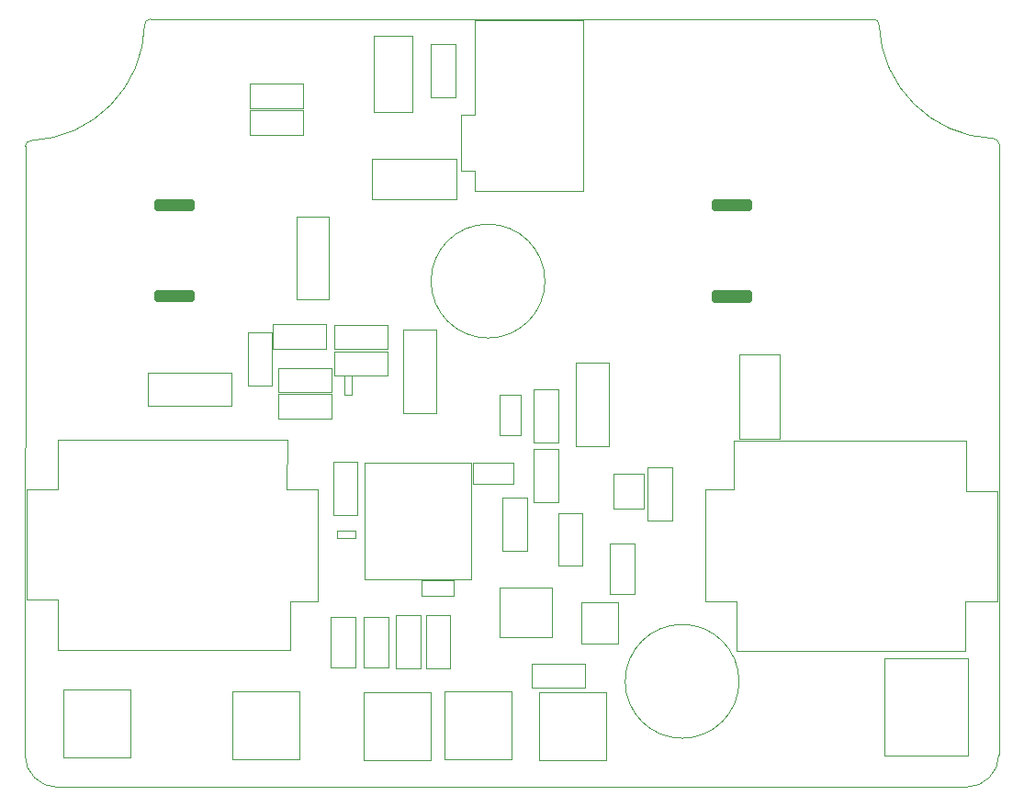
<source format=gbr>
%TF.GenerationSoftware,KiCad,Pcbnew,(6.0.0-0)*%
%TF.CreationDate,2022-01-31T16:21:46-05:00*%
%TF.ProjectId,Valve Wizard Cab Sim,56616c76-6520-4576-997a-617264204361,rev?*%
%TF.SameCoordinates,PX187ff90PY69be500*%
%TF.FileFunction,Other,User*%
%FSLAX46Y46*%
G04 Gerber Fmt 4.6, Leading zero omitted, Abs format (unit mm)*
G04 Created by KiCad (PCBNEW (6.0.0-0)) date 2022-01-31 16:21:46*
%MOMM*%
%LPD*%
G01*
G04 APERTURE LIST*
%TA.AperFunction,Profile*%
%ADD10C,0.100000*%
%TD*%
%ADD11C,0.050000*%
%TA.AperFunction,Profile*%
%ADD12C,0.500000*%
%TD*%
G04 APERTURE END LIST*
D10*
X5360000Y11071320D02*
G75*
G03*
X8360000Y8071320I3000001J1D01*
G01*
X95150000Y67390000D02*
G75*
G03*
X94640000Y67900000I-510002J-2D01*
G01*
X5900624Y67700072D02*
G75*
G03*
X5390624Y67190072I2J-510002D01*
G01*
X5360000Y11071320D02*
X5390624Y67190072D01*
X16910624Y78900073D02*
G75*
G03*
X16400624Y78410696I-1J-510434D01*
G01*
X84098752Y78389376D02*
G75*
G03*
X83588752Y78899376I-510002J-2D01*
G01*
X92140000Y8071320D02*
X8360000Y8071320D01*
X5900624Y67700072D02*
G75*
G03*
X16400624Y78410696I-473508J10966267D01*
G01*
X92140000Y8071320D02*
G75*
G03*
X95140000Y11071320I-1J3000001D01*
G01*
X84098752Y78389376D02*
G75*
G03*
X94640000Y67900000I10950523J463299D01*
G01*
X95150000Y67390000D02*
X95140000Y11071320D01*
X16910624Y78900072D02*
X83588752Y78899376D01*
D11*
%TO.C,R17*%
X57000000Y19470000D02*
X57000000Y17230000D01*
X52100000Y17230000D02*
X52100000Y19470000D01*
X57000000Y17230000D02*
X52100000Y17230000D01*
X52100000Y19470000D02*
X57000000Y19470000D01*
%TO.C,R4*%
X42340000Y23905000D02*
X44580000Y23905000D01*
X44580000Y23905000D02*
X44580000Y19005000D01*
X42340000Y19005000D02*
X42340000Y23905000D01*
X44580000Y19005000D02*
X42340000Y19005000D01*
%TO.C,R10*%
X33910000Y48250000D02*
X38810000Y48250000D01*
X38810000Y48250000D02*
X38810000Y46010000D01*
X38810000Y46010000D02*
X33910000Y46010000D01*
X33910000Y46010000D02*
X33910000Y48250000D01*
%TO.C,C6*%
X43260000Y42570000D02*
X43260000Y50270000D01*
X40260000Y42570000D02*
X43260000Y42570000D01*
X40260000Y50270000D02*
X40260000Y42570000D01*
X43260000Y50270000D02*
X40260000Y50270000D01*
%TO.C,C14*%
X44915000Y27185000D02*
X44915000Y25725000D01*
X44915000Y25725000D02*
X41955000Y25725000D01*
X41955000Y25725000D02*
X41955000Y27185000D01*
X41955000Y27185000D02*
X44915000Y27185000D01*
%TO.C,J5*%
X36600000Y16860000D02*
X36600000Y10600000D01*
X36600000Y10600000D02*
X42750000Y10600000D01*
X42750000Y10600000D02*
X42750000Y16860000D01*
X42750000Y16860000D02*
X36600000Y16860000D01*
%TO.C,R2*%
X30960000Y68260000D02*
X26060000Y68260000D01*
X26060000Y68260000D02*
X26060000Y70500000D01*
X26060000Y70500000D02*
X30960000Y70500000D01*
X30960000Y70500000D02*
X30960000Y68260000D01*
%TO.C,R1*%
X42790000Y76580000D02*
X45030000Y76580000D01*
X45030000Y71680000D02*
X42790000Y71680000D01*
X45030000Y76580000D02*
X45030000Y71680000D01*
X42790000Y71680000D02*
X42790000Y76580000D01*
%TO.C,D5*%
X36560000Y19105000D02*
X38860000Y19105000D01*
X38860000Y23805000D02*
X38860000Y19105000D01*
X36560000Y19105000D02*
X36560000Y23805000D01*
X36560000Y23805000D02*
X38860000Y23805000D01*
%TO.C,C9*%
X59160000Y39530000D02*
X59160000Y47230000D01*
X56160000Y39530000D02*
X59160000Y39530000D01*
X56160000Y47230000D02*
X56160000Y39530000D01*
X59160000Y47230000D02*
X56160000Y47230000D01*
%TO.C,C1*%
X53300000Y54750000D02*
G75*
G03*
X53300000Y54750000I-5250000J0D01*
G01*
%TO.C,R5*%
X41830000Y23905000D02*
X41830000Y19005000D01*
X39590000Y23905000D02*
X41830000Y23905000D01*
X39590000Y19005000D02*
X39590000Y23905000D01*
X41830000Y19005000D02*
X39590000Y19005000D01*
%TO.C,R12*%
X28210000Y48510000D02*
X28210000Y50750000D01*
X33110000Y48510000D02*
X28210000Y48510000D01*
X28210000Y50750000D02*
X33110000Y50750000D01*
X33110000Y50750000D02*
X33110000Y48510000D01*
%TO.C,J4*%
X8900000Y17060000D02*
X8900000Y10800000D01*
X15050000Y17060000D02*
X8900000Y17060000D01*
X8900000Y10800000D02*
X15050000Y10800000D01*
X15050000Y10800000D02*
X15050000Y17060000D01*
%TO.C,R14*%
X54530000Y44780000D02*
X54530000Y39880000D01*
X54530000Y39880000D02*
X52290000Y39880000D01*
X52290000Y44780000D02*
X54530000Y44780000D01*
X52290000Y39880000D02*
X52290000Y44780000D01*
%TO.C,C2*%
X37335000Y62311000D02*
X37335000Y66011000D01*
X37335000Y66011000D02*
X45175000Y66011000D01*
X45175000Y66011000D02*
X45175000Y62311000D01*
X45175000Y62311000D02*
X37335000Y62311000D01*
%TO.C,R6*%
X33770000Y33160000D02*
X33770000Y38060000D01*
X36010000Y33160000D02*
X33770000Y33160000D01*
X33770000Y38060000D02*
X36010000Y38060000D01*
X36010000Y38060000D02*
X36010000Y33160000D01*
%TO.C,D2*%
X61565000Y30583000D02*
X59265000Y30583000D01*
X59265000Y25883000D02*
X59265000Y30583000D01*
X61565000Y30583000D02*
X61565000Y25883000D01*
X61565000Y25883000D02*
X59265000Y25883000D01*
%TO.C,J2*%
X58950000Y10600000D02*
X58950000Y16860000D01*
X52800000Y10600000D02*
X58950000Y10600000D01*
X58950000Y16860000D02*
X52800000Y16860000D01*
X52800000Y16860000D02*
X52800000Y10600000D01*
%TO.C,C8*%
X49120000Y40510000D02*
X49120000Y44270000D01*
X51080000Y40510000D02*
X49120000Y40510000D01*
X49120000Y44270000D02*
X51080000Y44270000D01*
X51080000Y44270000D02*
X51080000Y40510000D01*
%TO.C,R7*%
X28710000Y44342500D02*
X33610000Y44342500D01*
X28710000Y42102500D02*
X28710000Y44342500D01*
X33610000Y42102500D02*
X28710000Y42102500D01*
X33610000Y44342500D02*
X33610000Y42102500D01*
%TO.C,R18*%
X54540000Y28476000D02*
X54540000Y33376000D01*
X56780000Y28476000D02*
X54540000Y28476000D01*
X54540000Y33376000D02*
X56780000Y33376000D01*
X56780000Y33376000D02*
X56780000Y28476000D01*
%TO.C,R3*%
X26060000Y70710000D02*
X26060000Y72950000D01*
X30960000Y72950000D02*
X30960000Y70710000D01*
X30960000Y70710000D02*
X26060000Y70710000D01*
X26060000Y72950000D02*
X30960000Y72950000D01*
%TO.C,Q3*%
X60033000Y21306000D02*
X60033000Y25146000D01*
X56633000Y21306000D02*
X60033000Y21306000D01*
X60033000Y25146000D02*
X56633000Y25146000D01*
X56633000Y25146000D02*
X56633000Y21306000D01*
%TO.C,C4*%
X35510000Y46010000D02*
X35510000Y44250000D01*
X35510000Y44250000D02*
X34810000Y44250000D01*
X34810000Y46010000D02*
X35510000Y46010000D01*
X34810000Y44250000D02*
X34810000Y46010000D01*
%TO.C,U1*%
X36710000Y27280000D02*
X46510000Y27280000D01*
X46510000Y37980000D02*
X36710000Y37980000D01*
X46510000Y27280000D02*
X46510000Y37980000D01*
X36710000Y37980000D02*
X36710000Y27280000D01*
%TO.C,R9*%
X33870000Y50710000D02*
X38770000Y50710000D01*
X38770000Y48470000D02*
X33870000Y48470000D01*
X38770000Y50710000D02*
X38770000Y48470000D01*
X33870000Y48470000D02*
X33870000Y50710000D01*
%TO.C,J11*%
X70955000Y20654000D02*
X70965000Y25189000D01*
X94990000Y35384000D02*
X94990000Y25184000D01*
X92095000Y35364000D02*
X92095000Y40049000D01*
X92095000Y35364000D02*
X92137330Y35364292D01*
X94990000Y25184000D02*
X92075000Y25184000D01*
X70685000Y40049000D02*
X70695000Y35519000D01*
X94990000Y25184000D02*
X94990000Y25184000D01*
X70955000Y20654000D02*
X92085000Y20649000D01*
X92085000Y20649000D02*
X92075000Y25184000D01*
X92095000Y40049000D02*
X70685000Y40049000D01*
X68125000Y35524000D02*
X68120000Y25184000D01*
X68125000Y35524000D02*
X70695000Y35519000D01*
X92095000Y35364000D02*
X92095000Y35364000D01*
X94990000Y25184000D02*
X94990000Y25184000D01*
X92137330Y35364292D02*
X94990000Y35384000D01*
X68120000Y25184000D02*
X70965000Y25189000D01*
%TO.C,C12*%
X84621000Y19958000D02*
X84621000Y10958000D01*
X92321000Y10958000D02*
X92321000Y19958000D01*
X84621000Y10958000D02*
X92321000Y10958000D01*
X92321000Y19958000D02*
X84621000Y19958000D01*
%TO.C,R8*%
X28710000Y46750000D02*
X33610000Y46750000D01*
X33610000Y46750000D02*
X33610000Y44510000D01*
X33610000Y44510000D02*
X28710000Y44510000D01*
X28710000Y44510000D02*
X28710000Y46750000D01*
%TO.C,C10*%
X71210000Y48020000D02*
X74910000Y48020000D01*
X74910000Y40180000D02*
X71210000Y40180000D01*
X71210000Y40180000D02*
X71210000Y48020000D01*
X74910000Y48020000D02*
X74910000Y40180000D01*
%TO.C,R11*%
X28130000Y50020000D02*
X28130000Y45120000D01*
X25890000Y45120000D02*
X25890000Y50020000D01*
X28130000Y45120000D02*
X25890000Y45120000D01*
X25890000Y50020000D02*
X28130000Y50020000D01*
%TO.C,R16*%
X62790000Y32680000D02*
X62790000Y37580000D01*
X65030000Y37580000D02*
X65030000Y32680000D01*
X62790000Y37580000D02*
X65030000Y37580000D01*
X65030000Y32680000D02*
X62790000Y32680000D01*
%TO.C,J6*%
X44040000Y16880000D02*
X44040000Y10620000D01*
X50190000Y10620000D02*
X50190000Y16880000D01*
X44040000Y10620000D02*
X50190000Y10620000D01*
X50190000Y16880000D02*
X44040000Y16880000D01*
%TO.C,C3*%
X34097500Y31030000D02*
X34097500Y31730000D01*
X35857500Y31730000D02*
X35857500Y31030000D01*
X34097500Y31730000D02*
X35857500Y31730000D01*
X35857500Y31030000D02*
X34097500Y31030000D01*
%TO.C,R13*%
X52290000Y34380000D02*
X52290000Y39280000D01*
X54530000Y39280000D02*
X54530000Y34380000D01*
X54530000Y34380000D02*
X52290000Y34380000D01*
X52290000Y39280000D02*
X54530000Y39280000D01*
%TO.C,C13*%
X50402500Y36050000D02*
X46642500Y36050000D01*
X46642500Y38010000D02*
X50402500Y38010000D01*
X46642500Y36050000D02*
X46642500Y38010000D01*
X50402500Y38010000D02*
X50402500Y36050000D01*
%TO.C,C11*%
X71199000Y17840000D02*
G75*
G03*
X71199000Y17840000I-5250000J0D01*
G01*
%TO.C,R15*%
X49413000Y29847000D02*
X49413000Y34747000D01*
X51653000Y34747000D02*
X51653000Y29847000D01*
X51653000Y29847000D02*
X49413000Y29847000D01*
X49413000Y34747000D02*
X51653000Y34747000D01*
%TO.C,C7*%
X33410000Y60730000D02*
X30410000Y60730000D01*
X30410000Y53030000D02*
X33410000Y53030000D01*
X33410000Y53030000D02*
X33410000Y60730000D01*
X30410000Y60730000D02*
X30410000Y53030000D01*
%TO.C,J3*%
X46835000Y64900000D02*
X46835000Y63100000D01*
X46835000Y63100000D02*
X56835000Y63100000D01*
X46835000Y78800000D02*
X46835000Y70100000D01*
X45535000Y64900000D02*
X45535000Y70100000D01*
X45535000Y70100000D02*
X46835000Y70100000D01*
X45535000Y64900000D02*
X46835000Y64900000D01*
X56835000Y63100000D02*
X56835000Y78800000D01*
X56835000Y78800000D02*
X46835000Y78800000D01*
%TO.C,D4*%
X33560000Y19105000D02*
X33560000Y23805000D01*
X35860000Y23805000D02*
X33560000Y23805000D01*
X35860000Y19105000D02*
X33560000Y19105000D01*
X35860000Y23805000D02*
X35860000Y19105000D01*
%TO.C,C5*%
X16660000Y43272500D02*
X24360000Y43272500D01*
X24360000Y43272500D02*
X24360000Y46272500D01*
X24360000Y46272500D02*
X16660000Y46272500D01*
X16660000Y46272500D02*
X16660000Y43272500D01*
%TO.C,D1*%
X41060000Y77330000D02*
X41060000Y70330000D01*
X41060000Y70330000D02*
X37560000Y70330000D01*
X37560000Y70330000D02*
X37560000Y77330000D01*
X37560000Y77330000D02*
X41060000Y77330000D01*
%TO.C,J1*%
X24510000Y10620000D02*
X30660000Y10620000D01*
X30660000Y16880000D02*
X24510000Y16880000D01*
X24510000Y16880000D02*
X24510000Y10620000D01*
X30660000Y10620000D02*
X30660000Y16880000D01*
%TO.C,Q2*%
X59615000Y37003000D02*
X59615000Y33803000D01*
X62415000Y37003000D02*
X59615000Y37003000D01*
X62415000Y37003000D02*
X62415000Y33803000D01*
X59615000Y33803000D02*
X62415000Y33803000D01*
%TO.C,J10*%
X29795000Y20699000D02*
X29785000Y25229000D01*
X5490000Y25364000D02*
X5490000Y35564000D01*
X8395000Y40099000D02*
X8405000Y35564000D01*
X5490000Y35564000D02*
X5490000Y35564000D01*
X32355000Y25224000D02*
X29785000Y25229000D01*
X32360000Y35564000D02*
X29515000Y35559000D01*
X32355000Y25224000D02*
X32360000Y35564000D01*
X8385000Y25384000D02*
X8385000Y25384000D01*
X5490000Y35564000D02*
X8405000Y35564000D01*
X29525000Y40094000D02*
X29515000Y35559000D01*
X8342670Y25383708D02*
X5490000Y25364000D01*
X29525000Y40094000D02*
X8395000Y40099000D01*
X8385000Y25384000D02*
X8385000Y20699000D01*
X8385000Y20699000D02*
X29795000Y20699000D01*
X8385000Y25384000D02*
X8342670Y25383708D01*
X5490000Y35564000D02*
X5490000Y35564000D01*
D12*
%TO.C,RV2*%
X68940000Y53020103D02*
X72140000Y53020103D01*
X72140000Y53020103D02*
X72140000Y53620103D01*
X72140000Y53620103D02*
X68940000Y53620103D01*
X68940000Y53620103D02*
X68940000Y53020103D01*
G36*
X68940000Y53020103D02*
G01*
X72140000Y53020103D01*
X72140000Y53620103D01*
X68940000Y53620103D01*
X68940000Y53020103D01*
G37*
X68940000Y61420103D02*
X72140000Y61420103D01*
X72140000Y61420103D02*
X72140000Y62020103D01*
X72140000Y62020103D02*
X68940000Y62020103D01*
X68940000Y62020103D02*
X68940000Y61420103D01*
G36*
X68940000Y61420103D02*
G01*
X72140000Y61420103D01*
X72140000Y62020103D01*
X68940000Y62020103D01*
X68940000Y61420103D01*
G37*
D11*
%TO.C,D3*%
X49125000Y21950000D02*
X53975000Y21950000D01*
X53975000Y21950000D02*
X53975000Y26450000D01*
X53975000Y26450000D02*
X49125000Y26450000D01*
X49125000Y26450000D02*
X49125000Y21950000D01*
D12*
%TO.C,RV1*%
X17520000Y61430000D02*
X20720000Y61430000D01*
X20720000Y61430000D02*
X20720000Y62030000D01*
X20720000Y62030000D02*
X17520000Y62030000D01*
X17520000Y62030000D02*
X17520000Y61430000D01*
G36*
X17520000Y61430000D02*
G01*
X20720000Y61430000D01*
X20720000Y62030000D01*
X17520000Y62030000D01*
X17520000Y61430000D01*
G37*
X17520000Y53030000D02*
X20720000Y53030000D01*
X20720000Y53030000D02*
X20720000Y53630000D01*
X20720000Y53630000D02*
X17520000Y53630000D01*
X17520000Y53630000D02*
X17520000Y53030000D01*
G36*
X17520000Y53030000D02*
G01*
X20720000Y53030000D01*
X20720000Y53630000D01*
X17520000Y53630000D01*
X17520000Y53030000D01*
G37*
%TD*%
M02*

</source>
